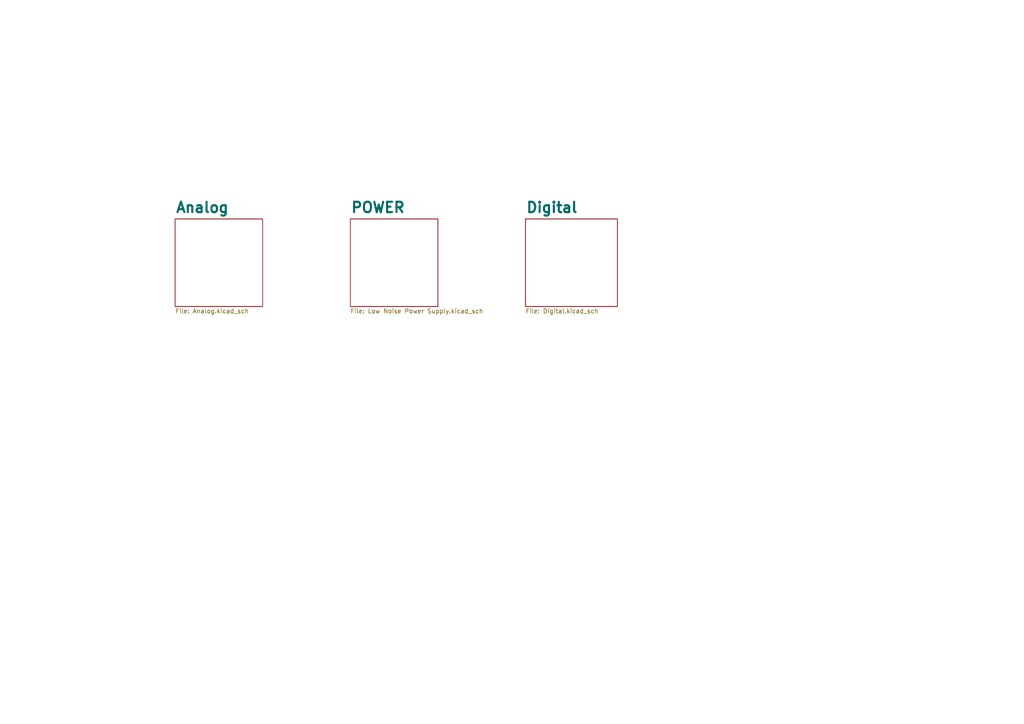
<source format=kicad_sch>
(kicad_sch
	(version 20250114)
	(generator "eeschema")
	(generator_version "9.0")
	(uuid "2f6f8de0-47cb-4ba2-9f4b-eb4d39168b83")
	(paper "A4")
	(title_block
		(title "Precision Current Source")
		(date "2024-05-20")
		(rev "2.0")
		(company "M Morano")
	)
	(lib_symbols)
	(sheet
		(at 152.4 63.5)
		(size 26.67 25.4)
		(exclude_from_sim no)
		(in_bom yes)
		(on_board yes)
		(dnp no)
		(fields_autoplaced yes)
		(stroke
			(width 0.1524)
			(type solid)
		)
		(fill
			(color 0 0 0 0.0000)
		)
		(uuid "5d3f938f-8d3c-454e-ac34-8087fd606f1d")
		(property "Sheetname" "Digital"
			(at 152.4 61.9234 0)
			(effects
				(font
					(size 3 3)
					(thickness 0.6)
					(bold yes)
				)
				(justify left bottom)
			)
		)
		(property "Sheetfile" "Digital.kicad_sch"
			(at 152.4 89.4846 0)
			(effects
				(font
					(size 1.27 1.27)
				)
				(justify left top)
			)
		)
		(instances
			(project "Current Sources Improved"
				(path "/2f6f8de0-47cb-4ba2-9f4b-eb4d39168b83"
					(page "3")
				)
			)
		)
	)
	(sheet
		(at 50.8 63.5)
		(size 25.4 25.4)
		(exclude_from_sim no)
		(in_bom yes)
		(on_board yes)
		(dnp no)
		(fields_autoplaced yes)
		(stroke
			(width 0.1524)
			(type solid)
		)
		(fill
			(color 0 0 0 0.0000)
		)
		(uuid "d143de80-0f16-41a5-b01a-d67f7ae7636c")
		(property "Sheetname" "Analog"
			(at 50.8 61.9234 0)
			(effects
				(font
					(size 3 3)
					(thickness 0.6)
					(bold yes)
				)
				(justify left bottom)
			)
		)
		(property "Sheetfile" "Analog.kicad_sch"
			(at 50.8 89.4846 0)
			(effects
				(font
					(size 1.27 1.27)
				)
				(justify left top)
			)
		)
		(instances
			(project "Current Sources Improved"
				(path "/2f6f8de0-47cb-4ba2-9f4b-eb4d39168b83"
					(page "2")
				)
			)
		)
	)
	(sheet
		(at 101.6 63.5)
		(size 25.4 25.4)
		(exclude_from_sim no)
		(in_bom yes)
		(on_board yes)
		(dnp no)
		(fields_autoplaced yes)
		(stroke
			(width 0.1524)
			(type solid)
		)
		(fill
			(color 0 0 0 0.0000)
		)
		(uuid "e42b460e-5cfc-44d0-b63c-aaab970dd1bd")
		(property "Sheetname" "POWER"
			(at 101.6 61.9234 0)
			(effects
				(font
					(size 3 3)
					(thickness 0.6)
					(bold yes)
				)
				(justify left bottom)
			)
		)
		(property "Sheetfile" "Low Noise Power Supply.kicad_sch"
			(at 101.6 89.4846 0)
			(effects
				(font
					(size 1.27 1.27)
				)
				(justify left top)
			)
		)
		(instances
			(project "Current Sources Improved"
				(path "/2f6f8de0-47cb-4ba2-9f4b-eb4d39168b83"
					(page "4")
				)
			)
		)
	)
	(sheet_instances
		(path "/"
			(page "1")
		)
	)
	(embedded_fonts no)
)

</source>
